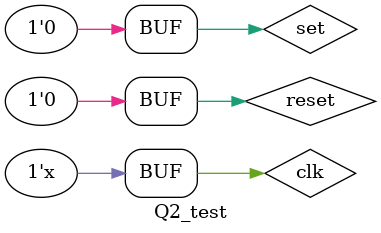
<source format=v>
`timescale 1ns / 1ps


module Q2_test;

	// Inputs
	reg set;
	reg reset;
	reg [3:0] init;
	reg clk;
	integer count;

	// Outputs
	wire [3:0] out;

	// Instantiate the Unit Under Test (UUT)
	Q2 uut (
		.set(set), 
		.reset(reset), 
		.init(init), 
		.clk(clk), 
		.out(out)
	);

	initial begin
		// Initialize Inputs
		set = 0;
		reset = 0;
		init = 0;
		clk = 0;
		count = 0;
		// Wait 100 ns for global reset to finish
		#100;
        
		// Add stimulus here

	end
		always @(posedge clk)
		begin
					init <= count;
					count = (count + 1)%16;
		end
      always @ *
		begin
			clk = !clk;
			#20;
		end
endmodule


</source>
